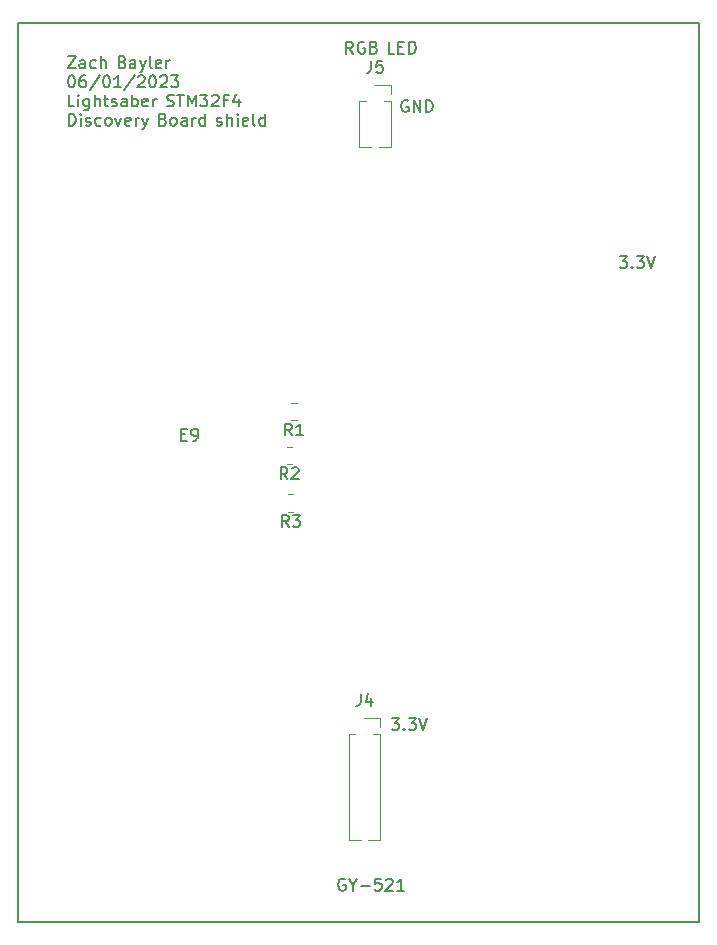
<source format=gbr>
%TF.GenerationSoftware,KiCad,Pcbnew,(7.0.0)*%
%TF.CreationDate,2023-06-01T22:42:06-06:00*%
%TF.ProjectId,STM32F4_lightsaber_shield,53544d33-3246-4345-9f6c-696768747361,rev?*%
%TF.SameCoordinates,Original*%
%TF.FileFunction,Legend,Top*%
%TF.FilePolarity,Positive*%
%FSLAX46Y46*%
G04 Gerber Fmt 4.6, Leading zero omitted, Abs format (unit mm)*
G04 Created by KiCad (PCBNEW (7.0.0)) date 2023-06-01 22:42:06*
%MOMM*%
%LPD*%
G01*
G04 APERTURE LIST*
%ADD10C,0.150000*%
%ADD11C,0.120000*%
G04 APERTURE END LIST*
D10*
X86883857Y-35451380D02*
X87550523Y-35451380D01*
X87550523Y-35451380D02*
X86883857Y-36451380D01*
X86883857Y-36451380D02*
X87550523Y-36451380D01*
X88360047Y-36451380D02*
X88360047Y-35927571D01*
X88360047Y-35927571D02*
X88312428Y-35832333D01*
X88312428Y-35832333D02*
X88217190Y-35784714D01*
X88217190Y-35784714D02*
X88026714Y-35784714D01*
X88026714Y-35784714D02*
X87931476Y-35832333D01*
X88360047Y-36403761D02*
X88264809Y-36451380D01*
X88264809Y-36451380D02*
X88026714Y-36451380D01*
X88026714Y-36451380D02*
X87931476Y-36403761D01*
X87931476Y-36403761D02*
X87883857Y-36308523D01*
X87883857Y-36308523D02*
X87883857Y-36213285D01*
X87883857Y-36213285D02*
X87931476Y-36118047D01*
X87931476Y-36118047D02*
X88026714Y-36070428D01*
X88026714Y-36070428D02*
X88264809Y-36070428D01*
X88264809Y-36070428D02*
X88360047Y-36022809D01*
X89264809Y-36403761D02*
X89169571Y-36451380D01*
X89169571Y-36451380D02*
X88979095Y-36451380D01*
X88979095Y-36451380D02*
X88883857Y-36403761D01*
X88883857Y-36403761D02*
X88836238Y-36356142D01*
X88836238Y-36356142D02*
X88788619Y-36260904D01*
X88788619Y-36260904D02*
X88788619Y-35975190D01*
X88788619Y-35975190D02*
X88836238Y-35879952D01*
X88836238Y-35879952D02*
X88883857Y-35832333D01*
X88883857Y-35832333D02*
X88979095Y-35784714D01*
X88979095Y-35784714D02*
X89169571Y-35784714D01*
X89169571Y-35784714D02*
X89264809Y-35832333D01*
X89693381Y-36451380D02*
X89693381Y-35451380D01*
X90121952Y-36451380D02*
X90121952Y-35927571D01*
X90121952Y-35927571D02*
X90074333Y-35832333D01*
X90074333Y-35832333D02*
X89979095Y-35784714D01*
X89979095Y-35784714D02*
X89836238Y-35784714D01*
X89836238Y-35784714D02*
X89741000Y-35832333D01*
X89741000Y-35832333D02*
X89693381Y-35879952D01*
X91531476Y-35927571D02*
X91674333Y-35975190D01*
X91674333Y-35975190D02*
X91721952Y-36022809D01*
X91721952Y-36022809D02*
X91769571Y-36118047D01*
X91769571Y-36118047D02*
X91769571Y-36260904D01*
X91769571Y-36260904D02*
X91721952Y-36356142D01*
X91721952Y-36356142D02*
X91674333Y-36403761D01*
X91674333Y-36403761D02*
X91579095Y-36451380D01*
X91579095Y-36451380D02*
X91198143Y-36451380D01*
X91198143Y-36451380D02*
X91198143Y-35451380D01*
X91198143Y-35451380D02*
X91531476Y-35451380D01*
X91531476Y-35451380D02*
X91626714Y-35499000D01*
X91626714Y-35499000D02*
X91674333Y-35546619D01*
X91674333Y-35546619D02*
X91721952Y-35641857D01*
X91721952Y-35641857D02*
X91721952Y-35737095D01*
X91721952Y-35737095D02*
X91674333Y-35832333D01*
X91674333Y-35832333D02*
X91626714Y-35879952D01*
X91626714Y-35879952D02*
X91531476Y-35927571D01*
X91531476Y-35927571D02*
X91198143Y-35927571D01*
X92626714Y-36451380D02*
X92626714Y-35927571D01*
X92626714Y-35927571D02*
X92579095Y-35832333D01*
X92579095Y-35832333D02*
X92483857Y-35784714D01*
X92483857Y-35784714D02*
X92293381Y-35784714D01*
X92293381Y-35784714D02*
X92198143Y-35832333D01*
X92626714Y-36403761D02*
X92531476Y-36451380D01*
X92531476Y-36451380D02*
X92293381Y-36451380D01*
X92293381Y-36451380D02*
X92198143Y-36403761D01*
X92198143Y-36403761D02*
X92150524Y-36308523D01*
X92150524Y-36308523D02*
X92150524Y-36213285D01*
X92150524Y-36213285D02*
X92198143Y-36118047D01*
X92198143Y-36118047D02*
X92293381Y-36070428D01*
X92293381Y-36070428D02*
X92531476Y-36070428D01*
X92531476Y-36070428D02*
X92626714Y-36022809D01*
X93007667Y-35784714D02*
X93245762Y-36451380D01*
X93483857Y-35784714D02*
X93245762Y-36451380D01*
X93245762Y-36451380D02*
X93150524Y-36689476D01*
X93150524Y-36689476D02*
X93102905Y-36737095D01*
X93102905Y-36737095D02*
X93007667Y-36784714D01*
X94007667Y-36451380D02*
X93912429Y-36403761D01*
X93912429Y-36403761D02*
X93864810Y-36308523D01*
X93864810Y-36308523D02*
X93864810Y-35451380D01*
X94769572Y-36403761D02*
X94674334Y-36451380D01*
X94674334Y-36451380D02*
X94483858Y-36451380D01*
X94483858Y-36451380D02*
X94388620Y-36403761D01*
X94388620Y-36403761D02*
X94341001Y-36308523D01*
X94341001Y-36308523D02*
X94341001Y-35927571D01*
X94341001Y-35927571D02*
X94388620Y-35832333D01*
X94388620Y-35832333D02*
X94483858Y-35784714D01*
X94483858Y-35784714D02*
X94674334Y-35784714D01*
X94674334Y-35784714D02*
X94769572Y-35832333D01*
X94769572Y-35832333D02*
X94817191Y-35927571D01*
X94817191Y-35927571D02*
X94817191Y-36022809D01*
X94817191Y-36022809D02*
X94341001Y-36118047D01*
X95245763Y-36451380D02*
X95245763Y-35784714D01*
X95245763Y-35975190D02*
X95293382Y-35879952D01*
X95293382Y-35879952D02*
X95341001Y-35832333D01*
X95341001Y-35832333D02*
X95436239Y-35784714D01*
X95436239Y-35784714D02*
X95531477Y-35784714D01*
X87169571Y-37071380D02*
X87264809Y-37071380D01*
X87264809Y-37071380D02*
X87360047Y-37119000D01*
X87360047Y-37119000D02*
X87407666Y-37166619D01*
X87407666Y-37166619D02*
X87455285Y-37261857D01*
X87455285Y-37261857D02*
X87502904Y-37452333D01*
X87502904Y-37452333D02*
X87502904Y-37690428D01*
X87502904Y-37690428D02*
X87455285Y-37880904D01*
X87455285Y-37880904D02*
X87407666Y-37976142D01*
X87407666Y-37976142D02*
X87360047Y-38023761D01*
X87360047Y-38023761D02*
X87264809Y-38071380D01*
X87264809Y-38071380D02*
X87169571Y-38071380D01*
X87169571Y-38071380D02*
X87074333Y-38023761D01*
X87074333Y-38023761D02*
X87026714Y-37976142D01*
X87026714Y-37976142D02*
X86979095Y-37880904D01*
X86979095Y-37880904D02*
X86931476Y-37690428D01*
X86931476Y-37690428D02*
X86931476Y-37452333D01*
X86931476Y-37452333D02*
X86979095Y-37261857D01*
X86979095Y-37261857D02*
X87026714Y-37166619D01*
X87026714Y-37166619D02*
X87074333Y-37119000D01*
X87074333Y-37119000D02*
X87169571Y-37071380D01*
X88360047Y-37071380D02*
X88169571Y-37071380D01*
X88169571Y-37071380D02*
X88074333Y-37119000D01*
X88074333Y-37119000D02*
X88026714Y-37166619D01*
X88026714Y-37166619D02*
X87931476Y-37309476D01*
X87931476Y-37309476D02*
X87883857Y-37499952D01*
X87883857Y-37499952D02*
X87883857Y-37880904D01*
X87883857Y-37880904D02*
X87931476Y-37976142D01*
X87931476Y-37976142D02*
X87979095Y-38023761D01*
X87979095Y-38023761D02*
X88074333Y-38071380D01*
X88074333Y-38071380D02*
X88264809Y-38071380D01*
X88264809Y-38071380D02*
X88360047Y-38023761D01*
X88360047Y-38023761D02*
X88407666Y-37976142D01*
X88407666Y-37976142D02*
X88455285Y-37880904D01*
X88455285Y-37880904D02*
X88455285Y-37642809D01*
X88455285Y-37642809D02*
X88407666Y-37547571D01*
X88407666Y-37547571D02*
X88360047Y-37499952D01*
X88360047Y-37499952D02*
X88264809Y-37452333D01*
X88264809Y-37452333D02*
X88074333Y-37452333D01*
X88074333Y-37452333D02*
X87979095Y-37499952D01*
X87979095Y-37499952D02*
X87931476Y-37547571D01*
X87931476Y-37547571D02*
X87883857Y-37642809D01*
X89598142Y-37023761D02*
X88741000Y-38309476D01*
X90121952Y-37071380D02*
X90217190Y-37071380D01*
X90217190Y-37071380D02*
X90312428Y-37119000D01*
X90312428Y-37119000D02*
X90360047Y-37166619D01*
X90360047Y-37166619D02*
X90407666Y-37261857D01*
X90407666Y-37261857D02*
X90455285Y-37452333D01*
X90455285Y-37452333D02*
X90455285Y-37690428D01*
X90455285Y-37690428D02*
X90407666Y-37880904D01*
X90407666Y-37880904D02*
X90360047Y-37976142D01*
X90360047Y-37976142D02*
X90312428Y-38023761D01*
X90312428Y-38023761D02*
X90217190Y-38071380D01*
X90217190Y-38071380D02*
X90121952Y-38071380D01*
X90121952Y-38071380D02*
X90026714Y-38023761D01*
X90026714Y-38023761D02*
X89979095Y-37976142D01*
X89979095Y-37976142D02*
X89931476Y-37880904D01*
X89931476Y-37880904D02*
X89883857Y-37690428D01*
X89883857Y-37690428D02*
X89883857Y-37452333D01*
X89883857Y-37452333D02*
X89931476Y-37261857D01*
X89931476Y-37261857D02*
X89979095Y-37166619D01*
X89979095Y-37166619D02*
X90026714Y-37119000D01*
X90026714Y-37119000D02*
X90121952Y-37071380D01*
X91407666Y-38071380D02*
X90836238Y-38071380D01*
X91121952Y-38071380D02*
X91121952Y-37071380D01*
X91121952Y-37071380D02*
X91026714Y-37214238D01*
X91026714Y-37214238D02*
X90931476Y-37309476D01*
X90931476Y-37309476D02*
X90836238Y-37357095D01*
X92550523Y-37023761D02*
X91693381Y-38309476D01*
X92836238Y-37166619D02*
X92883857Y-37119000D01*
X92883857Y-37119000D02*
X92979095Y-37071380D01*
X92979095Y-37071380D02*
X93217190Y-37071380D01*
X93217190Y-37071380D02*
X93312428Y-37119000D01*
X93312428Y-37119000D02*
X93360047Y-37166619D01*
X93360047Y-37166619D02*
X93407666Y-37261857D01*
X93407666Y-37261857D02*
X93407666Y-37357095D01*
X93407666Y-37357095D02*
X93360047Y-37499952D01*
X93360047Y-37499952D02*
X92788619Y-38071380D01*
X92788619Y-38071380D02*
X93407666Y-38071380D01*
X94026714Y-37071380D02*
X94121952Y-37071380D01*
X94121952Y-37071380D02*
X94217190Y-37119000D01*
X94217190Y-37119000D02*
X94264809Y-37166619D01*
X94264809Y-37166619D02*
X94312428Y-37261857D01*
X94312428Y-37261857D02*
X94360047Y-37452333D01*
X94360047Y-37452333D02*
X94360047Y-37690428D01*
X94360047Y-37690428D02*
X94312428Y-37880904D01*
X94312428Y-37880904D02*
X94264809Y-37976142D01*
X94264809Y-37976142D02*
X94217190Y-38023761D01*
X94217190Y-38023761D02*
X94121952Y-38071380D01*
X94121952Y-38071380D02*
X94026714Y-38071380D01*
X94026714Y-38071380D02*
X93931476Y-38023761D01*
X93931476Y-38023761D02*
X93883857Y-37976142D01*
X93883857Y-37976142D02*
X93836238Y-37880904D01*
X93836238Y-37880904D02*
X93788619Y-37690428D01*
X93788619Y-37690428D02*
X93788619Y-37452333D01*
X93788619Y-37452333D02*
X93836238Y-37261857D01*
X93836238Y-37261857D02*
X93883857Y-37166619D01*
X93883857Y-37166619D02*
X93931476Y-37119000D01*
X93931476Y-37119000D02*
X94026714Y-37071380D01*
X94741000Y-37166619D02*
X94788619Y-37119000D01*
X94788619Y-37119000D02*
X94883857Y-37071380D01*
X94883857Y-37071380D02*
X95121952Y-37071380D01*
X95121952Y-37071380D02*
X95217190Y-37119000D01*
X95217190Y-37119000D02*
X95264809Y-37166619D01*
X95264809Y-37166619D02*
X95312428Y-37261857D01*
X95312428Y-37261857D02*
X95312428Y-37357095D01*
X95312428Y-37357095D02*
X95264809Y-37499952D01*
X95264809Y-37499952D02*
X94693381Y-38071380D01*
X94693381Y-38071380D02*
X95312428Y-38071380D01*
X95645762Y-37071380D02*
X96264809Y-37071380D01*
X96264809Y-37071380D02*
X95931476Y-37452333D01*
X95931476Y-37452333D02*
X96074333Y-37452333D01*
X96074333Y-37452333D02*
X96169571Y-37499952D01*
X96169571Y-37499952D02*
X96217190Y-37547571D01*
X96217190Y-37547571D02*
X96264809Y-37642809D01*
X96264809Y-37642809D02*
X96264809Y-37880904D01*
X96264809Y-37880904D02*
X96217190Y-37976142D01*
X96217190Y-37976142D02*
X96169571Y-38023761D01*
X96169571Y-38023761D02*
X96074333Y-38071380D01*
X96074333Y-38071380D02*
X95788619Y-38071380D01*
X95788619Y-38071380D02*
X95693381Y-38023761D01*
X95693381Y-38023761D02*
X95645762Y-37976142D01*
X87455285Y-39691380D02*
X86979095Y-39691380D01*
X86979095Y-39691380D02*
X86979095Y-38691380D01*
X87788619Y-39691380D02*
X87788619Y-39024714D01*
X87788619Y-38691380D02*
X87741000Y-38739000D01*
X87741000Y-38739000D02*
X87788619Y-38786619D01*
X87788619Y-38786619D02*
X87836238Y-38739000D01*
X87836238Y-38739000D02*
X87788619Y-38691380D01*
X87788619Y-38691380D02*
X87788619Y-38786619D01*
X88693380Y-39024714D02*
X88693380Y-39834238D01*
X88693380Y-39834238D02*
X88645761Y-39929476D01*
X88645761Y-39929476D02*
X88598142Y-39977095D01*
X88598142Y-39977095D02*
X88502904Y-40024714D01*
X88502904Y-40024714D02*
X88360047Y-40024714D01*
X88360047Y-40024714D02*
X88264809Y-39977095D01*
X88693380Y-39643761D02*
X88598142Y-39691380D01*
X88598142Y-39691380D02*
X88407666Y-39691380D01*
X88407666Y-39691380D02*
X88312428Y-39643761D01*
X88312428Y-39643761D02*
X88264809Y-39596142D01*
X88264809Y-39596142D02*
X88217190Y-39500904D01*
X88217190Y-39500904D02*
X88217190Y-39215190D01*
X88217190Y-39215190D02*
X88264809Y-39119952D01*
X88264809Y-39119952D02*
X88312428Y-39072333D01*
X88312428Y-39072333D02*
X88407666Y-39024714D01*
X88407666Y-39024714D02*
X88598142Y-39024714D01*
X88598142Y-39024714D02*
X88693380Y-39072333D01*
X89169571Y-39691380D02*
X89169571Y-38691380D01*
X89598142Y-39691380D02*
X89598142Y-39167571D01*
X89598142Y-39167571D02*
X89550523Y-39072333D01*
X89550523Y-39072333D02*
X89455285Y-39024714D01*
X89455285Y-39024714D02*
X89312428Y-39024714D01*
X89312428Y-39024714D02*
X89217190Y-39072333D01*
X89217190Y-39072333D02*
X89169571Y-39119952D01*
X89931476Y-39024714D02*
X90312428Y-39024714D01*
X90074333Y-38691380D02*
X90074333Y-39548523D01*
X90074333Y-39548523D02*
X90121952Y-39643761D01*
X90121952Y-39643761D02*
X90217190Y-39691380D01*
X90217190Y-39691380D02*
X90312428Y-39691380D01*
X90598143Y-39643761D02*
X90693381Y-39691380D01*
X90693381Y-39691380D02*
X90883857Y-39691380D01*
X90883857Y-39691380D02*
X90979095Y-39643761D01*
X90979095Y-39643761D02*
X91026714Y-39548523D01*
X91026714Y-39548523D02*
X91026714Y-39500904D01*
X91026714Y-39500904D02*
X90979095Y-39405666D01*
X90979095Y-39405666D02*
X90883857Y-39358047D01*
X90883857Y-39358047D02*
X90741000Y-39358047D01*
X90741000Y-39358047D02*
X90645762Y-39310428D01*
X90645762Y-39310428D02*
X90598143Y-39215190D01*
X90598143Y-39215190D02*
X90598143Y-39167571D01*
X90598143Y-39167571D02*
X90645762Y-39072333D01*
X90645762Y-39072333D02*
X90741000Y-39024714D01*
X90741000Y-39024714D02*
X90883857Y-39024714D01*
X90883857Y-39024714D02*
X90979095Y-39072333D01*
X91883857Y-39691380D02*
X91883857Y-39167571D01*
X91883857Y-39167571D02*
X91836238Y-39072333D01*
X91836238Y-39072333D02*
X91741000Y-39024714D01*
X91741000Y-39024714D02*
X91550524Y-39024714D01*
X91550524Y-39024714D02*
X91455286Y-39072333D01*
X91883857Y-39643761D02*
X91788619Y-39691380D01*
X91788619Y-39691380D02*
X91550524Y-39691380D01*
X91550524Y-39691380D02*
X91455286Y-39643761D01*
X91455286Y-39643761D02*
X91407667Y-39548523D01*
X91407667Y-39548523D02*
X91407667Y-39453285D01*
X91407667Y-39453285D02*
X91455286Y-39358047D01*
X91455286Y-39358047D02*
X91550524Y-39310428D01*
X91550524Y-39310428D02*
X91788619Y-39310428D01*
X91788619Y-39310428D02*
X91883857Y-39262809D01*
X92360048Y-39691380D02*
X92360048Y-38691380D01*
X92360048Y-39072333D02*
X92455286Y-39024714D01*
X92455286Y-39024714D02*
X92645762Y-39024714D01*
X92645762Y-39024714D02*
X92741000Y-39072333D01*
X92741000Y-39072333D02*
X92788619Y-39119952D01*
X92788619Y-39119952D02*
X92836238Y-39215190D01*
X92836238Y-39215190D02*
X92836238Y-39500904D01*
X92836238Y-39500904D02*
X92788619Y-39596142D01*
X92788619Y-39596142D02*
X92741000Y-39643761D01*
X92741000Y-39643761D02*
X92645762Y-39691380D01*
X92645762Y-39691380D02*
X92455286Y-39691380D01*
X92455286Y-39691380D02*
X92360048Y-39643761D01*
X93645762Y-39643761D02*
X93550524Y-39691380D01*
X93550524Y-39691380D02*
X93360048Y-39691380D01*
X93360048Y-39691380D02*
X93264810Y-39643761D01*
X93264810Y-39643761D02*
X93217191Y-39548523D01*
X93217191Y-39548523D02*
X93217191Y-39167571D01*
X93217191Y-39167571D02*
X93264810Y-39072333D01*
X93264810Y-39072333D02*
X93360048Y-39024714D01*
X93360048Y-39024714D02*
X93550524Y-39024714D01*
X93550524Y-39024714D02*
X93645762Y-39072333D01*
X93645762Y-39072333D02*
X93693381Y-39167571D01*
X93693381Y-39167571D02*
X93693381Y-39262809D01*
X93693381Y-39262809D02*
X93217191Y-39358047D01*
X94121953Y-39691380D02*
X94121953Y-39024714D01*
X94121953Y-39215190D02*
X94169572Y-39119952D01*
X94169572Y-39119952D02*
X94217191Y-39072333D01*
X94217191Y-39072333D02*
X94312429Y-39024714D01*
X94312429Y-39024714D02*
X94407667Y-39024714D01*
X95293382Y-39643761D02*
X95436239Y-39691380D01*
X95436239Y-39691380D02*
X95674334Y-39691380D01*
X95674334Y-39691380D02*
X95769572Y-39643761D01*
X95769572Y-39643761D02*
X95817191Y-39596142D01*
X95817191Y-39596142D02*
X95864810Y-39500904D01*
X95864810Y-39500904D02*
X95864810Y-39405666D01*
X95864810Y-39405666D02*
X95817191Y-39310428D01*
X95817191Y-39310428D02*
X95769572Y-39262809D01*
X95769572Y-39262809D02*
X95674334Y-39215190D01*
X95674334Y-39215190D02*
X95483858Y-39167571D01*
X95483858Y-39167571D02*
X95388620Y-39119952D01*
X95388620Y-39119952D02*
X95341001Y-39072333D01*
X95341001Y-39072333D02*
X95293382Y-38977095D01*
X95293382Y-38977095D02*
X95293382Y-38881857D01*
X95293382Y-38881857D02*
X95341001Y-38786619D01*
X95341001Y-38786619D02*
X95388620Y-38739000D01*
X95388620Y-38739000D02*
X95483858Y-38691380D01*
X95483858Y-38691380D02*
X95721953Y-38691380D01*
X95721953Y-38691380D02*
X95864810Y-38739000D01*
X96150525Y-38691380D02*
X96721953Y-38691380D01*
X96436239Y-39691380D02*
X96436239Y-38691380D01*
X97055287Y-39691380D02*
X97055287Y-38691380D01*
X97055287Y-38691380D02*
X97388620Y-39405666D01*
X97388620Y-39405666D02*
X97721953Y-38691380D01*
X97721953Y-38691380D02*
X97721953Y-39691380D01*
X98102906Y-38691380D02*
X98721953Y-38691380D01*
X98721953Y-38691380D02*
X98388620Y-39072333D01*
X98388620Y-39072333D02*
X98531477Y-39072333D01*
X98531477Y-39072333D02*
X98626715Y-39119952D01*
X98626715Y-39119952D02*
X98674334Y-39167571D01*
X98674334Y-39167571D02*
X98721953Y-39262809D01*
X98721953Y-39262809D02*
X98721953Y-39500904D01*
X98721953Y-39500904D02*
X98674334Y-39596142D01*
X98674334Y-39596142D02*
X98626715Y-39643761D01*
X98626715Y-39643761D02*
X98531477Y-39691380D01*
X98531477Y-39691380D02*
X98245763Y-39691380D01*
X98245763Y-39691380D02*
X98150525Y-39643761D01*
X98150525Y-39643761D02*
X98102906Y-39596142D01*
X99102906Y-38786619D02*
X99150525Y-38739000D01*
X99150525Y-38739000D02*
X99245763Y-38691380D01*
X99245763Y-38691380D02*
X99483858Y-38691380D01*
X99483858Y-38691380D02*
X99579096Y-38739000D01*
X99579096Y-38739000D02*
X99626715Y-38786619D01*
X99626715Y-38786619D02*
X99674334Y-38881857D01*
X99674334Y-38881857D02*
X99674334Y-38977095D01*
X99674334Y-38977095D02*
X99626715Y-39119952D01*
X99626715Y-39119952D02*
X99055287Y-39691380D01*
X99055287Y-39691380D02*
X99674334Y-39691380D01*
X100436239Y-39167571D02*
X100102906Y-39167571D01*
X100102906Y-39691380D02*
X100102906Y-38691380D01*
X100102906Y-38691380D02*
X100579096Y-38691380D01*
X101388620Y-39024714D02*
X101388620Y-39691380D01*
X101150525Y-38643761D02*
X100912430Y-39358047D01*
X100912430Y-39358047D02*
X101531477Y-39358047D01*
X86979095Y-41311380D02*
X86979095Y-40311380D01*
X86979095Y-40311380D02*
X87217190Y-40311380D01*
X87217190Y-40311380D02*
X87360047Y-40359000D01*
X87360047Y-40359000D02*
X87455285Y-40454238D01*
X87455285Y-40454238D02*
X87502904Y-40549476D01*
X87502904Y-40549476D02*
X87550523Y-40739952D01*
X87550523Y-40739952D02*
X87550523Y-40882809D01*
X87550523Y-40882809D02*
X87502904Y-41073285D01*
X87502904Y-41073285D02*
X87455285Y-41168523D01*
X87455285Y-41168523D02*
X87360047Y-41263761D01*
X87360047Y-41263761D02*
X87217190Y-41311380D01*
X87217190Y-41311380D02*
X86979095Y-41311380D01*
X87979095Y-41311380D02*
X87979095Y-40644714D01*
X87979095Y-40311380D02*
X87931476Y-40359000D01*
X87931476Y-40359000D02*
X87979095Y-40406619D01*
X87979095Y-40406619D02*
X88026714Y-40359000D01*
X88026714Y-40359000D02*
X87979095Y-40311380D01*
X87979095Y-40311380D02*
X87979095Y-40406619D01*
X88407666Y-41263761D02*
X88502904Y-41311380D01*
X88502904Y-41311380D02*
X88693380Y-41311380D01*
X88693380Y-41311380D02*
X88788618Y-41263761D01*
X88788618Y-41263761D02*
X88836237Y-41168523D01*
X88836237Y-41168523D02*
X88836237Y-41120904D01*
X88836237Y-41120904D02*
X88788618Y-41025666D01*
X88788618Y-41025666D02*
X88693380Y-40978047D01*
X88693380Y-40978047D02*
X88550523Y-40978047D01*
X88550523Y-40978047D02*
X88455285Y-40930428D01*
X88455285Y-40930428D02*
X88407666Y-40835190D01*
X88407666Y-40835190D02*
X88407666Y-40787571D01*
X88407666Y-40787571D02*
X88455285Y-40692333D01*
X88455285Y-40692333D02*
X88550523Y-40644714D01*
X88550523Y-40644714D02*
X88693380Y-40644714D01*
X88693380Y-40644714D02*
X88788618Y-40692333D01*
X89693380Y-41263761D02*
X89598142Y-41311380D01*
X89598142Y-41311380D02*
X89407666Y-41311380D01*
X89407666Y-41311380D02*
X89312428Y-41263761D01*
X89312428Y-41263761D02*
X89264809Y-41216142D01*
X89264809Y-41216142D02*
X89217190Y-41120904D01*
X89217190Y-41120904D02*
X89217190Y-40835190D01*
X89217190Y-40835190D02*
X89264809Y-40739952D01*
X89264809Y-40739952D02*
X89312428Y-40692333D01*
X89312428Y-40692333D02*
X89407666Y-40644714D01*
X89407666Y-40644714D02*
X89598142Y-40644714D01*
X89598142Y-40644714D02*
X89693380Y-40692333D01*
X90264809Y-41311380D02*
X90169571Y-41263761D01*
X90169571Y-41263761D02*
X90121952Y-41216142D01*
X90121952Y-41216142D02*
X90074333Y-41120904D01*
X90074333Y-41120904D02*
X90074333Y-40835190D01*
X90074333Y-40835190D02*
X90121952Y-40739952D01*
X90121952Y-40739952D02*
X90169571Y-40692333D01*
X90169571Y-40692333D02*
X90264809Y-40644714D01*
X90264809Y-40644714D02*
X90407666Y-40644714D01*
X90407666Y-40644714D02*
X90502904Y-40692333D01*
X90502904Y-40692333D02*
X90550523Y-40739952D01*
X90550523Y-40739952D02*
X90598142Y-40835190D01*
X90598142Y-40835190D02*
X90598142Y-41120904D01*
X90598142Y-41120904D02*
X90550523Y-41216142D01*
X90550523Y-41216142D02*
X90502904Y-41263761D01*
X90502904Y-41263761D02*
X90407666Y-41311380D01*
X90407666Y-41311380D02*
X90264809Y-41311380D01*
X90931476Y-40644714D02*
X91169571Y-41311380D01*
X91169571Y-41311380D02*
X91407666Y-40644714D01*
X92169571Y-41263761D02*
X92074333Y-41311380D01*
X92074333Y-41311380D02*
X91883857Y-41311380D01*
X91883857Y-41311380D02*
X91788619Y-41263761D01*
X91788619Y-41263761D02*
X91741000Y-41168523D01*
X91741000Y-41168523D02*
X91741000Y-40787571D01*
X91741000Y-40787571D02*
X91788619Y-40692333D01*
X91788619Y-40692333D02*
X91883857Y-40644714D01*
X91883857Y-40644714D02*
X92074333Y-40644714D01*
X92074333Y-40644714D02*
X92169571Y-40692333D01*
X92169571Y-40692333D02*
X92217190Y-40787571D01*
X92217190Y-40787571D02*
X92217190Y-40882809D01*
X92217190Y-40882809D02*
X91741000Y-40978047D01*
X92645762Y-41311380D02*
X92645762Y-40644714D01*
X92645762Y-40835190D02*
X92693381Y-40739952D01*
X92693381Y-40739952D02*
X92741000Y-40692333D01*
X92741000Y-40692333D02*
X92836238Y-40644714D01*
X92836238Y-40644714D02*
X92931476Y-40644714D01*
X93169572Y-40644714D02*
X93407667Y-41311380D01*
X93645762Y-40644714D02*
X93407667Y-41311380D01*
X93407667Y-41311380D02*
X93312429Y-41549476D01*
X93312429Y-41549476D02*
X93264810Y-41597095D01*
X93264810Y-41597095D02*
X93169572Y-41644714D01*
X94960048Y-40787571D02*
X95102905Y-40835190D01*
X95102905Y-40835190D02*
X95150524Y-40882809D01*
X95150524Y-40882809D02*
X95198143Y-40978047D01*
X95198143Y-40978047D02*
X95198143Y-41120904D01*
X95198143Y-41120904D02*
X95150524Y-41216142D01*
X95150524Y-41216142D02*
X95102905Y-41263761D01*
X95102905Y-41263761D02*
X95007667Y-41311380D01*
X95007667Y-41311380D02*
X94626715Y-41311380D01*
X94626715Y-41311380D02*
X94626715Y-40311380D01*
X94626715Y-40311380D02*
X94960048Y-40311380D01*
X94960048Y-40311380D02*
X95055286Y-40359000D01*
X95055286Y-40359000D02*
X95102905Y-40406619D01*
X95102905Y-40406619D02*
X95150524Y-40501857D01*
X95150524Y-40501857D02*
X95150524Y-40597095D01*
X95150524Y-40597095D02*
X95102905Y-40692333D01*
X95102905Y-40692333D02*
X95055286Y-40739952D01*
X95055286Y-40739952D02*
X94960048Y-40787571D01*
X94960048Y-40787571D02*
X94626715Y-40787571D01*
X95769572Y-41311380D02*
X95674334Y-41263761D01*
X95674334Y-41263761D02*
X95626715Y-41216142D01*
X95626715Y-41216142D02*
X95579096Y-41120904D01*
X95579096Y-41120904D02*
X95579096Y-40835190D01*
X95579096Y-40835190D02*
X95626715Y-40739952D01*
X95626715Y-40739952D02*
X95674334Y-40692333D01*
X95674334Y-40692333D02*
X95769572Y-40644714D01*
X95769572Y-40644714D02*
X95912429Y-40644714D01*
X95912429Y-40644714D02*
X96007667Y-40692333D01*
X96007667Y-40692333D02*
X96055286Y-40739952D01*
X96055286Y-40739952D02*
X96102905Y-40835190D01*
X96102905Y-40835190D02*
X96102905Y-41120904D01*
X96102905Y-41120904D02*
X96055286Y-41216142D01*
X96055286Y-41216142D02*
X96007667Y-41263761D01*
X96007667Y-41263761D02*
X95912429Y-41311380D01*
X95912429Y-41311380D02*
X95769572Y-41311380D01*
X96960048Y-41311380D02*
X96960048Y-40787571D01*
X96960048Y-40787571D02*
X96912429Y-40692333D01*
X96912429Y-40692333D02*
X96817191Y-40644714D01*
X96817191Y-40644714D02*
X96626715Y-40644714D01*
X96626715Y-40644714D02*
X96531477Y-40692333D01*
X96960048Y-41263761D02*
X96864810Y-41311380D01*
X96864810Y-41311380D02*
X96626715Y-41311380D01*
X96626715Y-41311380D02*
X96531477Y-41263761D01*
X96531477Y-41263761D02*
X96483858Y-41168523D01*
X96483858Y-41168523D02*
X96483858Y-41073285D01*
X96483858Y-41073285D02*
X96531477Y-40978047D01*
X96531477Y-40978047D02*
X96626715Y-40930428D01*
X96626715Y-40930428D02*
X96864810Y-40930428D01*
X96864810Y-40930428D02*
X96960048Y-40882809D01*
X97436239Y-41311380D02*
X97436239Y-40644714D01*
X97436239Y-40835190D02*
X97483858Y-40739952D01*
X97483858Y-40739952D02*
X97531477Y-40692333D01*
X97531477Y-40692333D02*
X97626715Y-40644714D01*
X97626715Y-40644714D02*
X97721953Y-40644714D01*
X98483858Y-41311380D02*
X98483858Y-40311380D01*
X98483858Y-41263761D02*
X98388620Y-41311380D01*
X98388620Y-41311380D02*
X98198144Y-41311380D01*
X98198144Y-41311380D02*
X98102906Y-41263761D01*
X98102906Y-41263761D02*
X98055287Y-41216142D01*
X98055287Y-41216142D02*
X98007668Y-41120904D01*
X98007668Y-41120904D02*
X98007668Y-40835190D01*
X98007668Y-40835190D02*
X98055287Y-40739952D01*
X98055287Y-40739952D02*
X98102906Y-40692333D01*
X98102906Y-40692333D02*
X98198144Y-40644714D01*
X98198144Y-40644714D02*
X98388620Y-40644714D01*
X98388620Y-40644714D02*
X98483858Y-40692333D01*
X99512430Y-41263761D02*
X99607668Y-41311380D01*
X99607668Y-41311380D02*
X99798144Y-41311380D01*
X99798144Y-41311380D02*
X99893382Y-41263761D01*
X99893382Y-41263761D02*
X99941001Y-41168523D01*
X99941001Y-41168523D02*
X99941001Y-41120904D01*
X99941001Y-41120904D02*
X99893382Y-41025666D01*
X99893382Y-41025666D02*
X99798144Y-40978047D01*
X99798144Y-40978047D02*
X99655287Y-40978047D01*
X99655287Y-40978047D02*
X99560049Y-40930428D01*
X99560049Y-40930428D02*
X99512430Y-40835190D01*
X99512430Y-40835190D02*
X99512430Y-40787571D01*
X99512430Y-40787571D02*
X99560049Y-40692333D01*
X99560049Y-40692333D02*
X99655287Y-40644714D01*
X99655287Y-40644714D02*
X99798144Y-40644714D01*
X99798144Y-40644714D02*
X99893382Y-40692333D01*
X100369573Y-41311380D02*
X100369573Y-40311380D01*
X100798144Y-41311380D02*
X100798144Y-40787571D01*
X100798144Y-40787571D02*
X100750525Y-40692333D01*
X100750525Y-40692333D02*
X100655287Y-40644714D01*
X100655287Y-40644714D02*
X100512430Y-40644714D01*
X100512430Y-40644714D02*
X100417192Y-40692333D01*
X100417192Y-40692333D02*
X100369573Y-40739952D01*
X101274335Y-41311380D02*
X101274335Y-40644714D01*
X101274335Y-40311380D02*
X101226716Y-40359000D01*
X101226716Y-40359000D02*
X101274335Y-40406619D01*
X101274335Y-40406619D02*
X101321954Y-40359000D01*
X101321954Y-40359000D02*
X101274335Y-40311380D01*
X101274335Y-40311380D02*
X101274335Y-40406619D01*
X102131477Y-41263761D02*
X102036239Y-41311380D01*
X102036239Y-41311380D02*
X101845763Y-41311380D01*
X101845763Y-41311380D02*
X101750525Y-41263761D01*
X101750525Y-41263761D02*
X101702906Y-41168523D01*
X101702906Y-41168523D02*
X101702906Y-40787571D01*
X101702906Y-40787571D02*
X101750525Y-40692333D01*
X101750525Y-40692333D02*
X101845763Y-40644714D01*
X101845763Y-40644714D02*
X102036239Y-40644714D01*
X102036239Y-40644714D02*
X102131477Y-40692333D01*
X102131477Y-40692333D02*
X102179096Y-40787571D01*
X102179096Y-40787571D02*
X102179096Y-40882809D01*
X102179096Y-40882809D02*
X101702906Y-40978047D01*
X102750525Y-41311380D02*
X102655287Y-41263761D01*
X102655287Y-41263761D02*
X102607668Y-41168523D01*
X102607668Y-41168523D02*
X102607668Y-40311380D01*
X103560049Y-41311380D02*
X103560049Y-40311380D01*
X103560049Y-41263761D02*
X103464811Y-41311380D01*
X103464811Y-41311380D02*
X103274335Y-41311380D01*
X103274335Y-41311380D02*
X103179097Y-41263761D01*
X103179097Y-41263761D02*
X103131478Y-41216142D01*
X103131478Y-41216142D02*
X103083859Y-41120904D01*
X103083859Y-41120904D02*
X103083859Y-40835190D01*
X103083859Y-40835190D02*
X103131478Y-40739952D01*
X103131478Y-40739952D02*
X103179097Y-40692333D01*
X103179097Y-40692333D02*
X103274335Y-40644714D01*
X103274335Y-40644714D02*
X103464811Y-40644714D01*
X103464811Y-40644714D02*
X103560049Y-40692333D01*
X96504095Y-67457571D02*
X96837428Y-67457571D01*
X96980285Y-67981380D02*
X96504095Y-67981380D01*
X96504095Y-67981380D02*
X96504095Y-66981380D01*
X96504095Y-66981380D02*
X96980285Y-66981380D01*
X97456476Y-67981380D02*
X97646952Y-67981380D01*
X97646952Y-67981380D02*
X97742190Y-67933761D01*
X97742190Y-67933761D02*
X97789809Y-67886142D01*
X97789809Y-67886142D02*
X97885047Y-67743285D01*
X97885047Y-67743285D02*
X97932666Y-67552809D01*
X97932666Y-67552809D02*
X97932666Y-67171857D01*
X97932666Y-67171857D02*
X97885047Y-67076619D01*
X97885047Y-67076619D02*
X97837428Y-67029000D01*
X97837428Y-67029000D02*
X97742190Y-66981380D01*
X97742190Y-66981380D02*
X97551714Y-66981380D01*
X97551714Y-66981380D02*
X97456476Y-67029000D01*
X97456476Y-67029000D02*
X97408857Y-67076619D01*
X97408857Y-67076619D02*
X97361238Y-67171857D01*
X97361238Y-67171857D02*
X97361238Y-67409952D01*
X97361238Y-67409952D02*
X97408857Y-67505190D01*
X97408857Y-67505190D02*
X97456476Y-67552809D01*
X97456476Y-67552809D02*
X97551714Y-67600428D01*
X97551714Y-67600428D02*
X97742190Y-67600428D01*
X97742190Y-67600428D02*
X97837428Y-67552809D01*
X97837428Y-67552809D02*
X97885047Y-67505190D01*
X97885047Y-67505190D02*
X97932666Y-67409952D01*
X133619857Y-52376380D02*
X134238904Y-52376380D01*
X134238904Y-52376380D02*
X133905571Y-52757333D01*
X133905571Y-52757333D02*
X134048428Y-52757333D01*
X134048428Y-52757333D02*
X134143666Y-52804952D01*
X134143666Y-52804952D02*
X134191285Y-52852571D01*
X134191285Y-52852571D02*
X134238904Y-52947809D01*
X134238904Y-52947809D02*
X134238904Y-53185904D01*
X134238904Y-53185904D02*
X134191285Y-53281142D01*
X134191285Y-53281142D02*
X134143666Y-53328761D01*
X134143666Y-53328761D02*
X134048428Y-53376380D01*
X134048428Y-53376380D02*
X133762714Y-53376380D01*
X133762714Y-53376380D02*
X133667476Y-53328761D01*
X133667476Y-53328761D02*
X133619857Y-53281142D01*
X134667476Y-53281142D02*
X134715095Y-53328761D01*
X134715095Y-53328761D02*
X134667476Y-53376380D01*
X134667476Y-53376380D02*
X134619857Y-53328761D01*
X134619857Y-53328761D02*
X134667476Y-53281142D01*
X134667476Y-53281142D02*
X134667476Y-53376380D01*
X135048428Y-52376380D02*
X135667475Y-52376380D01*
X135667475Y-52376380D02*
X135334142Y-52757333D01*
X135334142Y-52757333D02*
X135476999Y-52757333D01*
X135476999Y-52757333D02*
X135572237Y-52804952D01*
X135572237Y-52804952D02*
X135619856Y-52852571D01*
X135619856Y-52852571D02*
X135667475Y-52947809D01*
X135667475Y-52947809D02*
X135667475Y-53185904D01*
X135667475Y-53185904D02*
X135619856Y-53281142D01*
X135619856Y-53281142D02*
X135572237Y-53328761D01*
X135572237Y-53328761D02*
X135476999Y-53376380D01*
X135476999Y-53376380D02*
X135191285Y-53376380D01*
X135191285Y-53376380D02*
X135096047Y-53328761D01*
X135096047Y-53328761D02*
X135048428Y-53281142D01*
X135953190Y-52376380D02*
X136286523Y-53376380D01*
X136286523Y-53376380D02*
X136619856Y-52376380D01*
X115696904Y-39216000D02*
X115601666Y-39168380D01*
X115601666Y-39168380D02*
X115458809Y-39168380D01*
X115458809Y-39168380D02*
X115315952Y-39216000D01*
X115315952Y-39216000D02*
X115220714Y-39311238D01*
X115220714Y-39311238D02*
X115173095Y-39406476D01*
X115173095Y-39406476D02*
X115125476Y-39596952D01*
X115125476Y-39596952D02*
X115125476Y-39739809D01*
X115125476Y-39739809D02*
X115173095Y-39930285D01*
X115173095Y-39930285D02*
X115220714Y-40025523D01*
X115220714Y-40025523D02*
X115315952Y-40120761D01*
X115315952Y-40120761D02*
X115458809Y-40168380D01*
X115458809Y-40168380D02*
X115554047Y-40168380D01*
X115554047Y-40168380D02*
X115696904Y-40120761D01*
X115696904Y-40120761D02*
X115744523Y-40073142D01*
X115744523Y-40073142D02*
X115744523Y-39739809D01*
X115744523Y-39739809D02*
X115554047Y-39739809D01*
X116173095Y-40168380D02*
X116173095Y-39168380D01*
X116173095Y-39168380D02*
X116744523Y-40168380D01*
X116744523Y-40168380D02*
X116744523Y-39168380D01*
X117220714Y-40168380D02*
X117220714Y-39168380D01*
X117220714Y-39168380D02*
X117458809Y-39168380D01*
X117458809Y-39168380D02*
X117601666Y-39216000D01*
X117601666Y-39216000D02*
X117696904Y-39311238D01*
X117696904Y-39311238D02*
X117744523Y-39406476D01*
X117744523Y-39406476D02*
X117792142Y-39596952D01*
X117792142Y-39596952D02*
X117792142Y-39739809D01*
X117792142Y-39739809D02*
X117744523Y-39930285D01*
X117744523Y-39930285D02*
X117696904Y-40025523D01*
X117696904Y-40025523D02*
X117601666Y-40120761D01*
X117601666Y-40120761D02*
X117458809Y-40168380D01*
X117458809Y-40168380D02*
X117220714Y-40168380D01*
X111045523Y-35215380D02*
X110712190Y-34739190D01*
X110474095Y-35215380D02*
X110474095Y-34215380D01*
X110474095Y-34215380D02*
X110855047Y-34215380D01*
X110855047Y-34215380D02*
X110950285Y-34263000D01*
X110950285Y-34263000D02*
X110997904Y-34310619D01*
X110997904Y-34310619D02*
X111045523Y-34405857D01*
X111045523Y-34405857D02*
X111045523Y-34548714D01*
X111045523Y-34548714D02*
X110997904Y-34643952D01*
X110997904Y-34643952D02*
X110950285Y-34691571D01*
X110950285Y-34691571D02*
X110855047Y-34739190D01*
X110855047Y-34739190D02*
X110474095Y-34739190D01*
X111997904Y-34263000D02*
X111902666Y-34215380D01*
X111902666Y-34215380D02*
X111759809Y-34215380D01*
X111759809Y-34215380D02*
X111616952Y-34263000D01*
X111616952Y-34263000D02*
X111521714Y-34358238D01*
X111521714Y-34358238D02*
X111474095Y-34453476D01*
X111474095Y-34453476D02*
X111426476Y-34643952D01*
X111426476Y-34643952D02*
X111426476Y-34786809D01*
X111426476Y-34786809D02*
X111474095Y-34977285D01*
X111474095Y-34977285D02*
X111521714Y-35072523D01*
X111521714Y-35072523D02*
X111616952Y-35167761D01*
X111616952Y-35167761D02*
X111759809Y-35215380D01*
X111759809Y-35215380D02*
X111855047Y-35215380D01*
X111855047Y-35215380D02*
X111997904Y-35167761D01*
X111997904Y-35167761D02*
X112045523Y-35120142D01*
X112045523Y-35120142D02*
X112045523Y-34786809D01*
X112045523Y-34786809D02*
X111855047Y-34786809D01*
X112807428Y-34691571D02*
X112950285Y-34739190D01*
X112950285Y-34739190D02*
X112997904Y-34786809D01*
X112997904Y-34786809D02*
X113045523Y-34882047D01*
X113045523Y-34882047D02*
X113045523Y-35024904D01*
X113045523Y-35024904D02*
X112997904Y-35120142D01*
X112997904Y-35120142D02*
X112950285Y-35167761D01*
X112950285Y-35167761D02*
X112855047Y-35215380D01*
X112855047Y-35215380D02*
X112474095Y-35215380D01*
X112474095Y-35215380D02*
X112474095Y-34215380D01*
X112474095Y-34215380D02*
X112807428Y-34215380D01*
X112807428Y-34215380D02*
X112902666Y-34263000D01*
X112902666Y-34263000D02*
X112950285Y-34310619D01*
X112950285Y-34310619D02*
X112997904Y-34405857D01*
X112997904Y-34405857D02*
X112997904Y-34501095D01*
X112997904Y-34501095D02*
X112950285Y-34596333D01*
X112950285Y-34596333D02*
X112902666Y-34643952D01*
X112902666Y-34643952D02*
X112807428Y-34691571D01*
X112807428Y-34691571D02*
X112474095Y-34691571D01*
X114550285Y-35215380D02*
X114074095Y-35215380D01*
X114074095Y-35215380D02*
X114074095Y-34215380D01*
X114883619Y-34691571D02*
X115216952Y-34691571D01*
X115359809Y-35215380D02*
X114883619Y-35215380D01*
X114883619Y-35215380D02*
X114883619Y-34215380D01*
X114883619Y-34215380D02*
X115359809Y-34215380D01*
X115788381Y-35215380D02*
X115788381Y-34215380D01*
X115788381Y-34215380D02*
X116026476Y-34215380D01*
X116026476Y-34215380D02*
X116169333Y-34263000D01*
X116169333Y-34263000D02*
X116264571Y-34358238D01*
X116264571Y-34358238D02*
X116312190Y-34453476D01*
X116312190Y-34453476D02*
X116359809Y-34643952D01*
X116359809Y-34643952D02*
X116359809Y-34786809D01*
X116359809Y-34786809D02*
X116312190Y-34977285D01*
X116312190Y-34977285D02*
X116264571Y-35072523D01*
X116264571Y-35072523D02*
X116169333Y-35167761D01*
X116169333Y-35167761D02*
X116026476Y-35215380D01*
X116026476Y-35215380D02*
X115788381Y-35215380D01*
X114315857Y-91492380D02*
X114934904Y-91492380D01*
X114934904Y-91492380D02*
X114601571Y-91873333D01*
X114601571Y-91873333D02*
X114744428Y-91873333D01*
X114744428Y-91873333D02*
X114839666Y-91920952D01*
X114839666Y-91920952D02*
X114887285Y-91968571D01*
X114887285Y-91968571D02*
X114934904Y-92063809D01*
X114934904Y-92063809D02*
X114934904Y-92301904D01*
X114934904Y-92301904D02*
X114887285Y-92397142D01*
X114887285Y-92397142D02*
X114839666Y-92444761D01*
X114839666Y-92444761D02*
X114744428Y-92492380D01*
X114744428Y-92492380D02*
X114458714Y-92492380D01*
X114458714Y-92492380D02*
X114363476Y-92444761D01*
X114363476Y-92444761D02*
X114315857Y-92397142D01*
X115363476Y-92397142D02*
X115411095Y-92444761D01*
X115411095Y-92444761D02*
X115363476Y-92492380D01*
X115363476Y-92492380D02*
X115315857Y-92444761D01*
X115315857Y-92444761D02*
X115363476Y-92397142D01*
X115363476Y-92397142D02*
X115363476Y-92492380D01*
X115744428Y-91492380D02*
X116363475Y-91492380D01*
X116363475Y-91492380D02*
X116030142Y-91873333D01*
X116030142Y-91873333D02*
X116172999Y-91873333D01*
X116172999Y-91873333D02*
X116268237Y-91920952D01*
X116268237Y-91920952D02*
X116315856Y-91968571D01*
X116315856Y-91968571D02*
X116363475Y-92063809D01*
X116363475Y-92063809D02*
X116363475Y-92301904D01*
X116363475Y-92301904D02*
X116315856Y-92397142D01*
X116315856Y-92397142D02*
X116268237Y-92444761D01*
X116268237Y-92444761D02*
X116172999Y-92492380D01*
X116172999Y-92492380D02*
X115887285Y-92492380D01*
X115887285Y-92492380D02*
X115792047Y-92444761D01*
X115792047Y-92444761D02*
X115744428Y-92397142D01*
X116649190Y-91492380D02*
X116982523Y-92492380D01*
X116982523Y-92492380D02*
X117315856Y-91492380D01*
X110362904Y-105129000D02*
X110267666Y-105081380D01*
X110267666Y-105081380D02*
X110124809Y-105081380D01*
X110124809Y-105081380D02*
X109981952Y-105129000D01*
X109981952Y-105129000D02*
X109886714Y-105224238D01*
X109886714Y-105224238D02*
X109839095Y-105319476D01*
X109839095Y-105319476D02*
X109791476Y-105509952D01*
X109791476Y-105509952D02*
X109791476Y-105652809D01*
X109791476Y-105652809D02*
X109839095Y-105843285D01*
X109839095Y-105843285D02*
X109886714Y-105938523D01*
X109886714Y-105938523D02*
X109981952Y-106033761D01*
X109981952Y-106033761D02*
X110124809Y-106081380D01*
X110124809Y-106081380D02*
X110220047Y-106081380D01*
X110220047Y-106081380D02*
X110362904Y-106033761D01*
X110362904Y-106033761D02*
X110410523Y-105986142D01*
X110410523Y-105986142D02*
X110410523Y-105652809D01*
X110410523Y-105652809D02*
X110220047Y-105652809D01*
X111029571Y-105605190D02*
X111029571Y-106081380D01*
X110696238Y-105081380D02*
X111029571Y-105605190D01*
X111029571Y-105605190D02*
X111362904Y-105081380D01*
X111696238Y-105700428D02*
X112458143Y-105700428D01*
X113410523Y-105081380D02*
X112934333Y-105081380D01*
X112934333Y-105081380D02*
X112886714Y-105557571D01*
X112886714Y-105557571D02*
X112934333Y-105509952D01*
X112934333Y-105509952D02*
X113029571Y-105462333D01*
X113029571Y-105462333D02*
X113267666Y-105462333D01*
X113267666Y-105462333D02*
X113362904Y-105509952D01*
X113362904Y-105509952D02*
X113410523Y-105557571D01*
X113410523Y-105557571D02*
X113458142Y-105652809D01*
X113458142Y-105652809D02*
X113458142Y-105890904D01*
X113458142Y-105890904D02*
X113410523Y-105986142D01*
X113410523Y-105986142D02*
X113362904Y-106033761D01*
X113362904Y-106033761D02*
X113267666Y-106081380D01*
X113267666Y-106081380D02*
X113029571Y-106081380D01*
X113029571Y-106081380D02*
X112934333Y-106033761D01*
X112934333Y-106033761D02*
X112886714Y-105986142D01*
X113839095Y-105176619D02*
X113886714Y-105129000D01*
X113886714Y-105129000D02*
X113981952Y-105081380D01*
X113981952Y-105081380D02*
X114220047Y-105081380D01*
X114220047Y-105081380D02*
X114315285Y-105129000D01*
X114315285Y-105129000D02*
X114362904Y-105176619D01*
X114362904Y-105176619D02*
X114410523Y-105271857D01*
X114410523Y-105271857D02*
X114410523Y-105367095D01*
X114410523Y-105367095D02*
X114362904Y-105509952D01*
X114362904Y-105509952D02*
X113791476Y-106081380D01*
X113791476Y-106081380D02*
X114410523Y-106081380D01*
X115362904Y-106081380D02*
X114791476Y-106081380D01*
X115077190Y-106081380D02*
X115077190Y-105081380D01*
X115077190Y-105081380D02*
X114981952Y-105224238D01*
X114981952Y-105224238D02*
X114886714Y-105319476D01*
X114886714Y-105319476D02*
X114791476Y-105367095D01*
X82677000Y-32639000D02*
X140335000Y-32639000D01*
X140335000Y-32639000D02*
X140335000Y-108712000D01*
X140335000Y-108712000D02*
X82677000Y-108712000D01*
X82677000Y-108712000D02*
X82677000Y-32639000D01*
%TO.C,J5*%
X112569666Y-35840380D02*
X112569666Y-36554666D01*
X112569666Y-36554666D02*
X112522047Y-36697523D01*
X112522047Y-36697523D02*
X112426809Y-36792761D01*
X112426809Y-36792761D02*
X112283952Y-36840380D01*
X112283952Y-36840380D02*
X112188714Y-36840380D01*
X113522047Y-35840380D02*
X113045857Y-35840380D01*
X113045857Y-35840380D02*
X112998238Y-36316571D01*
X112998238Y-36316571D02*
X113045857Y-36268952D01*
X113045857Y-36268952D02*
X113141095Y-36221333D01*
X113141095Y-36221333D02*
X113379190Y-36221333D01*
X113379190Y-36221333D02*
X113474428Y-36268952D01*
X113474428Y-36268952D02*
X113522047Y-36316571D01*
X113522047Y-36316571D02*
X113569666Y-36411809D01*
X113569666Y-36411809D02*
X113569666Y-36649904D01*
X113569666Y-36649904D02*
X113522047Y-36745142D01*
X113522047Y-36745142D02*
X113474428Y-36792761D01*
X113474428Y-36792761D02*
X113379190Y-36840380D01*
X113379190Y-36840380D02*
X113141095Y-36840380D01*
X113141095Y-36840380D02*
X113045857Y-36792761D01*
X113045857Y-36792761D02*
X112998238Y-36745142D01*
%TO.C,R2*%
X105497333Y-71252380D02*
X105164000Y-70776190D01*
X104925905Y-71252380D02*
X104925905Y-70252380D01*
X104925905Y-70252380D02*
X105306857Y-70252380D01*
X105306857Y-70252380D02*
X105402095Y-70300000D01*
X105402095Y-70300000D02*
X105449714Y-70347619D01*
X105449714Y-70347619D02*
X105497333Y-70442857D01*
X105497333Y-70442857D02*
X105497333Y-70585714D01*
X105497333Y-70585714D02*
X105449714Y-70680952D01*
X105449714Y-70680952D02*
X105402095Y-70728571D01*
X105402095Y-70728571D02*
X105306857Y-70776190D01*
X105306857Y-70776190D02*
X104925905Y-70776190D01*
X105878286Y-70347619D02*
X105925905Y-70300000D01*
X105925905Y-70300000D02*
X106021143Y-70252380D01*
X106021143Y-70252380D02*
X106259238Y-70252380D01*
X106259238Y-70252380D02*
X106354476Y-70300000D01*
X106354476Y-70300000D02*
X106402095Y-70347619D01*
X106402095Y-70347619D02*
X106449714Y-70442857D01*
X106449714Y-70442857D02*
X106449714Y-70538095D01*
X106449714Y-70538095D02*
X106402095Y-70680952D01*
X106402095Y-70680952D02*
X105830667Y-71252380D01*
X105830667Y-71252380D02*
X106449714Y-71252380D01*
%TO.C,R1*%
X105878333Y-67549380D02*
X105545000Y-67073190D01*
X105306905Y-67549380D02*
X105306905Y-66549380D01*
X105306905Y-66549380D02*
X105687857Y-66549380D01*
X105687857Y-66549380D02*
X105783095Y-66597000D01*
X105783095Y-66597000D02*
X105830714Y-66644619D01*
X105830714Y-66644619D02*
X105878333Y-66739857D01*
X105878333Y-66739857D02*
X105878333Y-66882714D01*
X105878333Y-66882714D02*
X105830714Y-66977952D01*
X105830714Y-66977952D02*
X105783095Y-67025571D01*
X105783095Y-67025571D02*
X105687857Y-67073190D01*
X105687857Y-67073190D02*
X105306905Y-67073190D01*
X106830714Y-67549380D02*
X106259286Y-67549380D01*
X106545000Y-67549380D02*
X106545000Y-66549380D01*
X106545000Y-66549380D02*
X106449762Y-66692238D01*
X106449762Y-66692238D02*
X106354524Y-66787476D01*
X106354524Y-66787476D02*
X106259286Y-66835095D01*
%TO.C,R3*%
X105600833Y-75296380D02*
X105267500Y-74820190D01*
X105029405Y-75296380D02*
X105029405Y-74296380D01*
X105029405Y-74296380D02*
X105410357Y-74296380D01*
X105410357Y-74296380D02*
X105505595Y-74344000D01*
X105505595Y-74344000D02*
X105553214Y-74391619D01*
X105553214Y-74391619D02*
X105600833Y-74486857D01*
X105600833Y-74486857D02*
X105600833Y-74629714D01*
X105600833Y-74629714D02*
X105553214Y-74724952D01*
X105553214Y-74724952D02*
X105505595Y-74772571D01*
X105505595Y-74772571D02*
X105410357Y-74820190D01*
X105410357Y-74820190D02*
X105029405Y-74820190D01*
X105934167Y-74296380D02*
X106553214Y-74296380D01*
X106553214Y-74296380D02*
X106219881Y-74677333D01*
X106219881Y-74677333D02*
X106362738Y-74677333D01*
X106362738Y-74677333D02*
X106457976Y-74724952D01*
X106457976Y-74724952D02*
X106505595Y-74772571D01*
X106505595Y-74772571D02*
X106553214Y-74867809D01*
X106553214Y-74867809D02*
X106553214Y-75105904D01*
X106553214Y-75105904D02*
X106505595Y-75201142D01*
X106505595Y-75201142D02*
X106457976Y-75248761D01*
X106457976Y-75248761D02*
X106362738Y-75296380D01*
X106362738Y-75296380D02*
X106077024Y-75296380D01*
X106077024Y-75296380D02*
X105981786Y-75248761D01*
X105981786Y-75248761D02*
X105934167Y-75201142D01*
%TO.C,J4*%
X111680666Y-89434380D02*
X111680666Y-90148666D01*
X111680666Y-90148666D02*
X111633047Y-90291523D01*
X111633047Y-90291523D02*
X111537809Y-90386761D01*
X111537809Y-90386761D02*
X111394952Y-90434380D01*
X111394952Y-90434380D02*
X111299714Y-90434380D01*
X112585428Y-89767714D02*
X112585428Y-90434380D01*
X112347333Y-89386761D02*
X112109238Y-90101047D01*
X112109238Y-90101047D02*
X112728285Y-90101047D01*
D11*
%TO.C,J5*%
X111573000Y-39243000D02*
X111573000Y-43113000D01*
X111573000Y-39243000D02*
X112143000Y-39243000D01*
X111573000Y-43113000D02*
X112595470Y-43113000D01*
X112903000Y-37848000D02*
X114233000Y-37848000D01*
X113210530Y-43113000D02*
X114233000Y-43113000D01*
X113663000Y-39243000D02*
X114233000Y-39243000D01*
X114233000Y-37848000D02*
X114233000Y-38608000D01*
X114233000Y-39243000D02*
X114233000Y-43113000D01*
%TO.C,R2*%
X105891064Y-69970000D02*
X105436936Y-69970000D01*
X105891064Y-68500000D02*
X105436936Y-68500000D01*
%TO.C,R1*%
X106272064Y-66267000D02*
X105817936Y-66267000D01*
X106272064Y-64797000D02*
X105817936Y-64797000D01*
%TO.C,R3*%
X105994564Y-74014000D02*
X105540436Y-74014000D01*
X105994564Y-72544000D02*
X105540436Y-72544000D01*
%TO.C,J4*%
X110684000Y-92837000D02*
X110684000Y-101787000D01*
X110684000Y-92837000D02*
X111254000Y-92837000D01*
X110684000Y-101787000D02*
X111706470Y-101787000D01*
X112014000Y-91442000D02*
X113344000Y-91442000D01*
X112321530Y-101787000D02*
X113344000Y-101787000D01*
X112774000Y-92837000D02*
X113344000Y-92837000D01*
X113344000Y-91442000D02*
X113344000Y-92202000D01*
X113344000Y-92837000D02*
X113344000Y-101787000D01*
%TD*%
M02*

</source>
